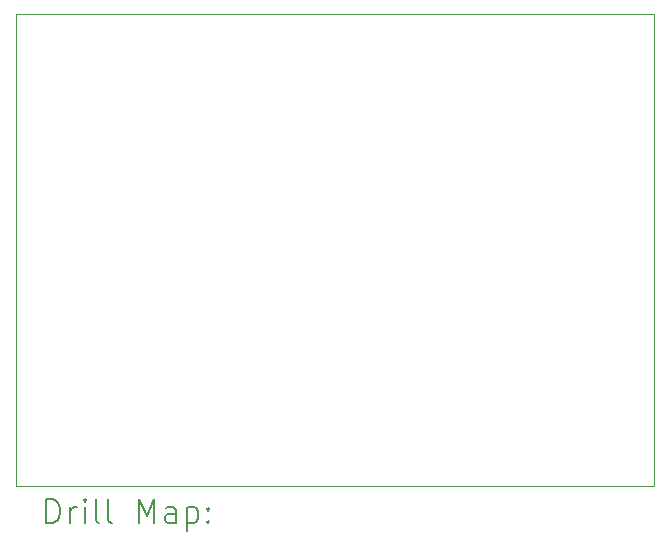
<source format=gbr>
%TF.GenerationSoftware,KiCad,Pcbnew,(6.0.8)*%
%TF.CreationDate,2022-10-20T22:21:02+02:00*%
%TF.ProjectId,WDSSR,57445353-522e-46b6-9963-61645f706362,rev?*%
%TF.SameCoordinates,PX7270e00PY4c4b400*%
%TF.FileFunction,Drillmap*%
%TF.FilePolarity,Positive*%
%FSLAX45Y45*%
G04 Gerber Fmt 4.5, Leading zero omitted, Abs format (unit mm)*
G04 Created by KiCad (PCBNEW (6.0.8)) date 2022-10-20 22:21:02*
%MOMM*%
%LPD*%
G01*
G04 APERTURE LIST*
%ADD10C,0.050000*%
%ADD11C,0.200000*%
G04 APERTURE END LIST*
D10*
X0Y-4000000D02*
X5400000Y-4000000D01*
X0Y0D02*
X5400000Y0D01*
X0Y0D02*
X0Y-4000000D01*
X5400000Y0D02*
X5400000Y-4000000D01*
D11*
X255119Y-4312976D02*
X255119Y-4112976D01*
X302738Y-4112976D01*
X331310Y-4122500D01*
X350357Y-4141548D01*
X359881Y-4160595D01*
X369405Y-4198690D01*
X369405Y-4227262D01*
X359881Y-4265357D01*
X350357Y-4284405D01*
X331310Y-4303452D01*
X302738Y-4312976D01*
X255119Y-4312976D01*
X455119Y-4312976D02*
X455119Y-4179643D01*
X455119Y-4217738D02*
X464643Y-4198690D01*
X474167Y-4189167D01*
X493214Y-4179643D01*
X512262Y-4179643D01*
X578929Y-4312976D02*
X578929Y-4179643D01*
X578929Y-4112976D02*
X569405Y-4122500D01*
X578929Y-4132024D01*
X588452Y-4122500D01*
X578929Y-4112976D01*
X578929Y-4132024D01*
X702738Y-4312976D02*
X683690Y-4303452D01*
X674167Y-4284405D01*
X674167Y-4112976D01*
X807500Y-4312976D02*
X788452Y-4303452D01*
X778928Y-4284405D01*
X778928Y-4112976D01*
X1036071Y-4312976D02*
X1036071Y-4112976D01*
X1102738Y-4255833D01*
X1169405Y-4112976D01*
X1169405Y-4312976D01*
X1350357Y-4312976D02*
X1350357Y-4208214D01*
X1340833Y-4189167D01*
X1321786Y-4179643D01*
X1283690Y-4179643D01*
X1264643Y-4189167D01*
X1350357Y-4303452D02*
X1331310Y-4312976D01*
X1283690Y-4312976D01*
X1264643Y-4303452D01*
X1255119Y-4284405D01*
X1255119Y-4265357D01*
X1264643Y-4246310D01*
X1283690Y-4236786D01*
X1331310Y-4236786D01*
X1350357Y-4227262D01*
X1445595Y-4179643D02*
X1445595Y-4379643D01*
X1445595Y-4189167D02*
X1464643Y-4179643D01*
X1502738Y-4179643D01*
X1521786Y-4189167D01*
X1531309Y-4198690D01*
X1540833Y-4217738D01*
X1540833Y-4274881D01*
X1531309Y-4293929D01*
X1521786Y-4303452D01*
X1502738Y-4312976D01*
X1464643Y-4312976D01*
X1445595Y-4303452D01*
X1626548Y-4293929D02*
X1636071Y-4303452D01*
X1626548Y-4312976D01*
X1617024Y-4303452D01*
X1626548Y-4293929D01*
X1626548Y-4312976D01*
X1626548Y-4189167D02*
X1636071Y-4198690D01*
X1626548Y-4208214D01*
X1617024Y-4198690D01*
X1626548Y-4189167D01*
X1626548Y-4208214D01*
M02*

</source>
